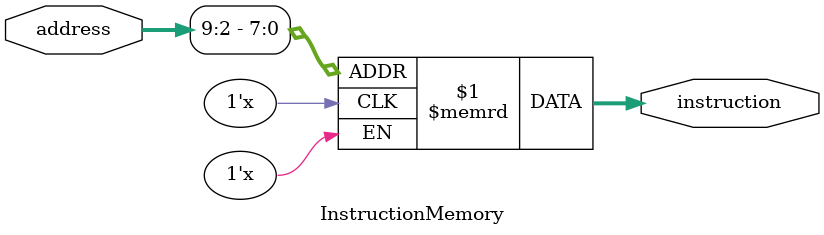
<source format=v>
module InstructionMemory(
    input [31:0] address,        // Endereço da instrução
    output [31:0] instruction    // Instrução lida
);

    reg [31:0] memory [0:255];   // Memória de instruções com 256 posições de 32 bits

    assign instruction = memory[address[9:2]];// Leitura da memória de instruções

endmodule

</source>
